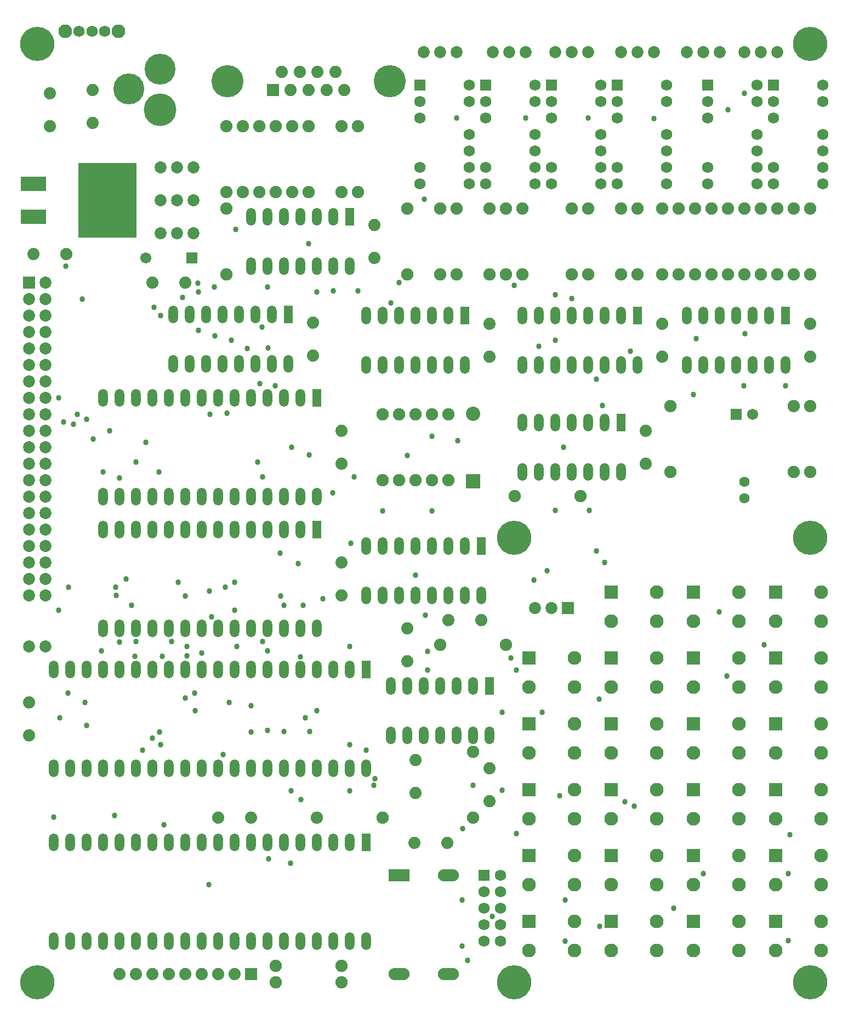
<source format=gts>
%FSLAX24Y24*%
%MOIN*%
G70*
G01*
G75*
G04 Layer_Color=8388736*
%ADD10R,0.1500X0.0800*%
%ADD11R,0.3500X0.4500*%
%ADD12C,0.0080*%
%ADD13C,0.0500*%
%ADD14C,0.0150*%
%ADD15C,0.0100*%
%ADD16O,0.0500X0.1000*%
%ADD17R,0.0500X0.1000*%
%ADD18C,0.0600*%
%ADD19R,0.0600X0.0600*%
%ADD20C,0.0750*%
%ADD21C,0.0660*%
%ADD22R,0.0660X0.0660*%
%ADD23C,0.0669*%
%ADD24C,0.0787*%
%ADD25R,0.0787X0.0787*%
%ADD26R,0.0650X0.0650*%
%ADD27C,0.0650*%
%ADD28R,0.1200X0.0650*%
%ADD29O,0.1200X0.0650*%
%ADD30C,0.1900*%
%ADD31C,0.1800*%
%ADD32R,0.0650X0.0650*%
%ADD33C,0.1874*%
%ADD34R,0.0665X0.0665*%
%ADD35C,0.0665*%
%ADD36R,0.0591X0.0591*%
%ADD37C,0.0591*%
%ADD38R,0.0750X0.0750*%
%ADD39C,0.0550*%
%ADD40C,0.0260*%
%ADD41C,0.2000*%
%ADD42C,0.0500*%
%ADD43C,0.0197*%
%ADD44C,0.0079*%
%ADD45C,0.0050*%
%ADD46C,0.0140*%
%ADD47C,0.0160*%
%ADD48C,0.0070*%
%ADD49C,0.0120*%
%ADD50C,0.0059*%
%ADD51R,0.1102X0.0315*%
%ADD52R,0.0315X0.0748*%
%ADD53R,0.1580X0.0880*%
%ADD54R,0.3580X0.4580*%
%ADD55O,0.0580X0.1080*%
%ADD56R,0.0580X0.1080*%
%ADD57C,0.0680*%
%ADD58R,0.0680X0.0680*%
%ADD59C,0.0830*%
%ADD60C,0.0740*%
%ADD61R,0.0740X0.0740*%
%ADD62C,0.0749*%
%ADD63C,0.0867*%
%ADD64R,0.0867X0.0867*%
%ADD65R,0.0730X0.0730*%
%ADD66C,0.0730*%
%ADD67R,0.1280X0.0730*%
%ADD68O,0.1280X0.0730*%
%ADD69C,0.1980*%
%ADD70C,0.1880*%
%ADD71R,0.0730X0.0730*%
%ADD72C,0.1954*%
%ADD73R,0.0745X0.0745*%
%ADD74C,0.0745*%
%ADD75R,0.0671X0.0671*%
%ADD76C,0.0671*%
%ADD77R,0.0830X0.0830*%
%ADD78C,0.0630*%
%ADD79C,0.0340*%
%ADD80C,0.2080*%
%ADD81C,0.0580*%
D53*
X1250Y50000D02*
D03*
Y48000D02*
D03*
D54*
X5750Y49000D02*
D03*
D55*
X24500Y42000D02*
D03*
X9780Y39090D02*
D03*
X23500Y42000D02*
D03*
X10780Y42090D02*
D03*
X36000Y32500D02*
D03*
X26500Y39000D02*
D03*
X25500Y42000D02*
D03*
X35000Y32500D02*
D03*
X34000D02*
D03*
X19500Y10000D02*
D03*
X2500Y14500D02*
D03*
X3500D02*
D03*
X4500D02*
D03*
X5500D02*
D03*
X6500D02*
D03*
X7500D02*
D03*
X8500D02*
D03*
X9500D02*
D03*
X10500D02*
D03*
X11500D02*
D03*
X12500D02*
D03*
X13500D02*
D03*
X14500D02*
D03*
X15500D02*
D03*
X16500D02*
D03*
X17500D02*
D03*
X18500D02*
D03*
X19500D02*
D03*
X20500D02*
D03*
X21500D02*
D03*
X2500Y20500D02*
D03*
X3500D02*
D03*
X4500D02*
D03*
X5500D02*
D03*
X6500D02*
D03*
X7500D02*
D03*
X8500D02*
D03*
X9500D02*
D03*
X10500D02*
D03*
X11500D02*
D03*
X12500D02*
D03*
X13500D02*
D03*
X14500D02*
D03*
X15500D02*
D03*
X16500D02*
D03*
X17500D02*
D03*
X18500D02*
D03*
X19500D02*
D03*
X20500D02*
D03*
X17500Y37000D02*
D03*
X16500D02*
D03*
X15500D02*
D03*
X14500D02*
D03*
X13500D02*
D03*
X12500D02*
D03*
X11500D02*
D03*
X10500D02*
D03*
X9500D02*
D03*
X8500D02*
D03*
X7500D02*
D03*
X6500D02*
D03*
X5500D02*
D03*
X18500Y31000D02*
D03*
X17500D02*
D03*
X16500D02*
D03*
X15500D02*
D03*
X14500D02*
D03*
X13500D02*
D03*
X12500D02*
D03*
X11500D02*
D03*
X10500D02*
D03*
X9500D02*
D03*
X8500D02*
D03*
X7500D02*
D03*
X6500D02*
D03*
X5500D02*
D03*
X10780Y39090D02*
D03*
X11780D02*
D03*
X12780D02*
D03*
X13780D02*
D03*
X14780D02*
D03*
X15780D02*
D03*
X16780D02*
D03*
X9780Y42090D02*
D03*
X11780D02*
D03*
X12780D02*
D03*
X13780D02*
D03*
X14780D02*
D03*
X15780D02*
D03*
X21500Y39000D02*
D03*
X22500D02*
D03*
X23500D02*
D03*
X24500D02*
D03*
X25500D02*
D03*
X27500D02*
D03*
X21500Y42000D02*
D03*
X22500D02*
D03*
X26500D02*
D03*
X20500Y10000D02*
D03*
X18500D02*
D03*
X17500D02*
D03*
X16500D02*
D03*
X15500D02*
D03*
X14500D02*
D03*
X13500D02*
D03*
X12500D02*
D03*
X11500D02*
D03*
X10500D02*
D03*
X9500D02*
D03*
X8500D02*
D03*
X7500D02*
D03*
X6500D02*
D03*
X5500D02*
D03*
X4500D02*
D03*
X3500D02*
D03*
X2500D02*
D03*
X21500Y4000D02*
D03*
X20500D02*
D03*
X19500D02*
D03*
X18500D02*
D03*
X17500D02*
D03*
X16500D02*
D03*
X15500D02*
D03*
X14500D02*
D03*
X13500D02*
D03*
X12500D02*
D03*
X11500D02*
D03*
X10500D02*
D03*
X9500D02*
D03*
X8500D02*
D03*
X7500D02*
D03*
X6500D02*
D03*
X5500D02*
D03*
X4500D02*
D03*
X3500D02*
D03*
X2500D02*
D03*
X37000Y42000D02*
D03*
X36000D02*
D03*
X34000D02*
D03*
X33000D02*
D03*
X32000D02*
D03*
X31000D02*
D03*
X38000Y39000D02*
D03*
X37000D02*
D03*
X36000D02*
D03*
X35000D02*
D03*
X34000D02*
D03*
X33000D02*
D03*
X32000D02*
D03*
X31000D02*
D03*
X36000Y35500D02*
D03*
X35000D02*
D03*
X34000D02*
D03*
X33000D02*
D03*
X32000D02*
D03*
X31000D02*
D03*
X37000Y32500D02*
D03*
X33000D02*
D03*
X32000D02*
D03*
X31000D02*
D03*
X27500Y28000D02*
D03*
X26500D02*
D03*
X25500D02*
D03*
X24500D02*
D03*
X23500D02*
D03*
X22500D02*
D03*
X21500D02*
D03*
X28500Y25000D02*
D03*
X27500D02*
D03*
X26500D02*
D03*
X25500D02*
D03*
X24500D02*
D03*
X23500D02*
D03*
X22500D02*
D03*
X21500D02*
D03*
X28000Y19500D02*
D03*
X27000D02*
D03*
X26000D02*
D03*
X25000D02*
D03*
X24000D02*
D03*
X23000D02*
D03*
X29000Y16500D02*
D03*
X28000D02*
D03*
X27000D02*
D03*
X26000D02*
D03*
X25000D02*
D03*
X24000D02*
D03*
X23000D02*
D03*
X19500Y48000D02*
D03*
X18500D02*
D03*
X17500D02*
D03*
X16500D02*
D03*
X15500D02*
D03*
X14500D02*
D03*
X20500Y45000D02*
D03*
X19500D02*
D03*
X18500D02*
D03*
X17500D02*
D03*
X16500D02*
D03*
X15500D02*
D03*
X14500D02*
D03*
X46000Y42000D02*
D03*
X45000D02*
D03*
X44000D02*
D03*
X43000D02*
D03*
X42000D02*
D03*
X41000D02*
D03*
X47000Y39000D02*
D03*
X46000D02*
D03*
X45000D02*
D03*
X44000D02*
D03*
X43000D02*
D03*
X42000D02*
D03*
X41000D02*
D03*
X5500Y23000D02*
D03*
X6500D02*
D03*
X7500D02*
D03*
X8500D02*
D03*
X9500D02*
D03*
X10500D02*
D03*
X11500D02*
D03*
X12500D02*
D03*
X13500D02*
D03*
X14500D02*
D03*
X15500D02*
D03*
X16500D02*
D03*
X17500D02*
D03*
X18500D02*
D03*
X5500Y29000D02*
D03*
X6500D02*
D03*
X7500D02*
D03*
X8500D02*
D03*
X9500D02*
D03*
X10500D02*
D03*
X11500D02*
D03*
X12500D02*
D03*
X13500D02*
D03*
X14500D02*
D03*
X15500D02*
D03*
X16500D02*
D03*
X17500D02*
D03*
X35000Y42000D02*
D03*
D56*
X16780Y42090D02*
D03*
X21500Y20500D02*
D03*
X18500Y37000D02*
D03*
X27500Y42000D02*
D03*
X21500Y10000D02*
D03*
X38000Y42000D02*
D03*
X37000Y35500D02*
D03*
X28500Y28000D02*
D03*
X29000Y19500D02*
D03*
X20500Y48000D02*
D03*
X47000Y42000D02*
D03*
X18500Y29000D02*
D03*
D57*
X29650Y8010D02*
D03*
Y7010D02*
D03*
Y6010D02*
D03*
Y5010D02*
D03*
Y4010D02*
D03*
X28650D02*
D03*
Y5010D02*
D03*
Y6010D02*
D03*
Y7010D02*
D03*
X4030Y59280D02*
D03*
X4820D02*
D03*
X5610D02*
D03*
X49250Y50000D02*
D03*
Y51000D02*
D03*
Y52000D02*
D03*
Y53000D02*
D03*
Y55000D02*
D03*
Y56000D02*
D03*
X46250Y50000D02*
D03*
Y51000D02*
D03*
Y54000D02*
D03*
Y55000D02*
D03*
X42250D02*
D03*
Y54000D02*
D03*
Y51000D02*
D03*
Y50000D02*
D03*
X45250Y56000D02*
D03*
Y55000D02*
D03*
Y53000D02*
D03*
Y52000D02*
D03*
Y51000D02*
D03*
Y50000D02*
D03*
X36750Y55000D02*
D03*
Y54000D02*
D03*
Y51000D02*
D03*
Y50000D02*
D03*
X39750Y56000D02*
D03*
Y55000D02*
D03*
Y53000D02*
D03*
Y52000D02*
D03*
Y51000D02*
D03*
Y50000D02*
D03*
X32750Y55000D02*
D03*
Y54000D02*
D03*
Y51000D02*
D03*
Y50000D02*
D03*
X35750Y56000D02*
D03*
Y55000D02*
D03*
Y53000D02*
D03*
Y52000D02*
D03*
Y51000D02*
D03*
Y50000D02*
D03*
X28750Y55000D02*
D03*
Y54000D02*
D03*
Y51000D02*
D03*
Y50000D02*
D03*
X31750Y56000D02*
D03*
Y55000D02*
D03*
Y53000D02*
D03*
Y52000D02*
D03*
Y51000D02*
D03*
Y50000D02*
D03*
X24750Y55000D02*
D03*
Y54000D02*
D03*
Y51000D02*
D03*
Y50000D02*
D03*
X27750Y56000D02*
D03*
Y55000D02*
D03*
Y53000D02*
D03*
Y52000D02*
D03*
Y51000D02*
D03*
Y50000D02*
D03*
D58*
X28650Y8010D02*
D03*
X46250Y56000D02*
D03*
X42250D02*
D03*
X36750D02*
D03*
X32750D02*
D03*
X28750D02*
D03*
X24750D02*
D03*
D59*
X3200Y59280D02*
D03*
X6430D02*
D03*
X41400Y23450D02*
D03*
X44150Y25200D02*
D03*
Y23450D02*
D03*
X34150Y3450D02*
D03*
Y5200D02*
D03*
X31400Y3450D02*
D03*
X36400D02*
D03*
X39150Y5200D02*
D03*
Y3450D02*
D03*
X44150D02*
D03*
Y5200D02*
D03*
X41400Y3450D02*
D03*
X46400D02*
D03*
X49150Y5200D02*
D03*
Y3450D02*
D03*
X34150Y7450D02*
D03*
Y9200D02*
D03*
X31400Y7450D02*
D03*
X36400D02*
D03*
X39150Y9200D02*
D03*
Y7450D02*
D03*
X44150D02*
D03*
Y9200D02*
D03*
X41400Y7450D02*
D03*
X46400Y23450D02*
D03*
X49150Y25200D02*
D03*
Y23450D02*
D03*
Y7450D02*
D03*
Y9200D02*
D03*
X46400Y7450D02*
D03*
X31400Y11450D02*
D03*
X34150Y13200D02*
D03*
Y11450D02*
D03*
X39150D02*
D03*
Y13200D02*
D03*
X36400Y11450D02*
D03*
X41400D02*
D03*
X44150Y13200D02*
D03*
Y11450D02*
D03*
X49150D02*
D03*
Y13200D02*
D03*
X46400Y11450D02*
D03*
X31400Y15450D02*
D03*
X34150Y17200D02*
D03*
Y15450D02*
D03*
X39150D02*
D03*
Y17200D02*
D03*
X36400Y15450D02*
D03*
X41400D02*
D03*
X44150Y17200D02*
D03*
Y15450D02*
D03*
X49150D02*
D03*
Y17200D02*
D03*
X46400Y15450D02*
D03*
X31400Y19450D02*
D03*
X34150Y21200D02*
D03*
Y19450D02*
D03*
X39150D02*
D03*
Y21200D02*
D03*
X36400Y19450D02*
D03*
X46400D02*
D03*
X49150Y21200D02*
D03*
Y19450D02*
D03*
X39150Y23450D02*
D03*
Y25200D02*
D03*
X36400Y23450D02*
D03*
X41400Y19450D02*
D03*
X44150Y21200D02*
D03*
Y19450D02*
D03*
D60*
X4850Y53700D02*
D03*
Y55700D02*
D03*
X6500Y2000D02*
D03*
X7500D02*
D03*
X8500D02*
D03*
X9500D02*
D03*
X10500D02*
D03*
X11500D02*
D03*
X12500D02*
D03*
X13500D02*
D03*
X3250Y45750D02*
D03*
X1250D02*
D03*
X12500Y11500D02*
D03*
X14500D02*
D03*
X1000Y18500D02*
D03*
Y16500D02*
D03*
X20000Y27000D02*
D03*
Y25000D02*
D03*
Y35000D02*
D03*
Y33000D02*
D03*
X29000Y41500D02*
D03*
Y39500D02*
D03*
X38500Y33000D02*
D03*
Y35000D02*
D03*
X39500Y41500D02*
D03*
Y39500D02*
D03*
X48500D02*
D03*
Y41500D02*
D03*
X18280Y41590D02*
D03*
Y39590D02*
D03*
X29000Y14500D02*
D03*
Y12500D02*
D03*
X26500Y23500D02*
D03*
X28500D02*
D03*
X26420Y9970D02*
D03*
X24420D02*
D03*
X22000Y47500D02*
D03*
Y45500D02*
D03*
X24000Y23000D02*
D03*
Y21000D02*
D03*
X24500Y15000D02*
D03*
Y13000D02*
D03*
X8500Y44000D02*
D03*
X10500D02*
D03*
X2250Y55500D02*
D03*
Y53500D02*
D03*
D61*
X14500Y2000D02*
D03*
D62*
X28000Y11500D02*
D03*
X40000Y36500D02*
D03*
Y32500D02*
D03*
X18000Y53500D02*
D03*
Y49500D02*
D03*
X16000Y1500D02*
D03*
X20000D02*
D03*
X18500Y11500D02*
D03*
X22500D02*
D03*
X16000Y2500D02*
D03*
X20000D02*
D03*
X28000Y15500D02*
D03*
X30540Y31030D02*
D03*
X34540D02*
D03*
X27000Y44500D02*
D03*
Y48500D02*
D03*
X26000D02*
D03*
Y44500D02*
D03*
X30000D02*
D03*
Y48500D02*
D03*
X29000D02*
D03*
Y44500D02*
D03*
X35000D02*
D03*
Y48500D02*
D03*
X34000D02*
D03*
Y44500D02*
D03*
X38000D02*
D03*
Y48500D02*
D03*
X37000D02*
D03*
Y44500D02*
D03*
X41500D02*
D03*
Y48500D02*
D03*
X40500D02*
D03*
Y44500D02*
D03*
X46500D02*
D03*
Y48500D02*
D03*
X45500D02*
D03*
Y44500D02*
D03*
X24500Y36000D02*
D03*
Y32000D02*
D03*
X22500D02*
D03*
Y36000D02*
D03*
X25500D02*
D03*
Y32000D02*
D03*
X23500Y36000D02*
D03*
Y32000D02*
D03*
X48500Y48500D02*
D03*
Y44500D02*
D03*
X44500D02*
D03*
Y48500D02*
D03*
X42500D02*
D03*
Y44500D02*
D03*
X31000D02*
D03*
Y48500D02*
D03*
X39500D02*
D03*
Y44500D02*
D03*
X43500D02*
D03*
Y48500D02*
D03*
X47500D02*
D03*
Y44500D02*
D03*
X24000D02*
D03*
Y48500D02*
D03*
X26000Y22000D02*
D03*
X30000D02*
D03*
X48500Y32500D02*
D03*
Y36500D02*
D03*
X16000Y49500D02*
D03*
Y53500D02*
D03*
X26500Y32000D02*
D03*
Y36000D02*
D03*
X15000Y53500D02*
D03*
Y49500D02*
D03*
X17000D02*
D03*
Y53500D02*
D03*
X21000D02*
D03*
Y49500D02*
D03*
X13000Y48500D02*
D03*
Y44500D02*
D03*
X14000Y49500D02*
D03*
Y53500D02*
D03*
X20000Y49500D02*
D03*
Y53500D02*
D03*
X13000Y49500D02*
D03*
Y53500D02*
D03*
X47500Y36500D02*
D03*
Y32500D02*
D03*
D63*
X28000Y36059D02*
D03*
D64*
Y31941D02*
D03*
D65*
X1000Y44000D02*
D03*
D66*
Y43000D02*
D03*
Y42000D02*
D03*
Y41000D02*
D03*
Y40000D02*
D03*
Y39000D02*
D03*
Y38000D02*
D03*
Y37000D02*
D03*
Y36000D02*
D03*
Y35000D02*
D03*
Y34000D02*
D03*
Y33000D02*
D03*
Y32000D02*
D03*
Y31000D02*
D03*
Y30000D02*
D03*
Y29000D02*
D03*
Y28000D02*
D03*
Y27000D02*
D03*
Y26000D02*
D03*
Y25000D02*
D03*
X2000Y44000D02*
D03*
Y43000D02*
D03*
Y42000D02*
D03*
Y41000D02*
D03*
Y40000D02*
D03*
Y39000D02*
D03*
Y38000D02*
D03*
Y37000D02*
D03*
Y36000D02*
D03*
Y35000D02*
D03*
Y34000D02*
D03*
Y33000D02*
D03*
Y32000D02*
D03*
Y31000D02*
D03*
Y30000D02*
D03*
Y29000D02*
D03*
Y28000D02*
D03*
Y27000D02*
D03*
Y26000D02*
D03*
Y25000D02*
D03*
Y21900D02*
D03*
X1000D02*
D03*
X25000Y58000D02*
D03*
X26000D02*
D03*
X27000D02*
D03*
X29200D02*
D03*
X30200D02*
D03*
X31200D02*
D03*
X33000D02*
D03*
X34000D02*
D03*
X35000D02*
D03*
X37000D02*
D03*
X38000D02*
D03*
X39000D02*
D03*
X41000D02*
D03*
X42000D02*
D03*
X43000D02*
D03*
X44500D02*
D03*
X45500D02*
D03*
X46500D02*
D03*
X9000Y51000D02*
D03*
X10000D02*
D03*
X11000D02*
D03*
X9000Y49000D02*
D03*
X10000D02*
D03*
X11000D02*
D03*
X9000Y47000D02*
D03*
X10000D02*
D03*
X11000D02*
D03*
X31750Y24250D02*
D03*
X32750D02*
D03*
D67*
X23510Y8000D02*
D03*
D68*
Y2000D02*
D03*
X26510Y8000D02*
D03*
Y2000D02*
D03*
D69*
X8950Y54528D02*
D03*
D70*
X7060Y55787D02*
D03*
X8950Y56968D02*
D03*
D71*
X33750Y24250D02*
D03*
D72*
X22919Y56260D02*
D03*
X13081D02*
D03*
D73*
X15819Y55701D02*
D03*
D74*
X16364Y56819D02*
D03*
X16909Y55701D02*
D03*
X17455Y56819D02*
D03*
X18000Y55701D02*
D03*
X18545Y56819D02*
D03*
X19091Y55701D02*
D03*
X19636Y56819D02*
D03*
X20181Y55701D02*
D03*
D75*
X10898Y45500D02*
D03*
X44000Y36000D02*
D03*
D76*
X8102Y45500D02*
D03*
X45000Y36000D02*
D03*
D77*
X41400Y25200D02*
D03*
X31400Y5200D02*
D03*
X36400D02*
D03*
X41400D02*
D03*
X46400D02*
D03*
X31400Y9200D02*
D03*
X36400D02*
D03*
X41400D02*
D03*
X46400Y25200D02*
D03*
Y9200D02*
D03*
X31400Y13200D02*
D03*
X36400D02*
D03*
X41400D02*
D03*
X46400D02*
D03*
X31400Y17200D02*
D03*
X36400D02*
D03*
X41400D02*
D03*
X46400D02*
D03*
X31400Y21200D02*
D03*
X36400D02*
D03*
X46400D02*
D03*
X36400Y25200D02*
D03*
X41400Y21200D02*
D03*
D78*
X44500Y31900D02*
D03*
Y30900D02*
D03*
D79*
X21000Y43500D02*
D03*
X19500D02*
D03*
X10320Y43120D02*
D03*
X11280Y43980D02*
D03*
X27320Y6520D02*
D03*
X32500Y26500D02*
D03*
X13040Y36090D02*
D03*
X20780Y32200D02*
D03*
X17680Y24420D02*
D03*
X11970Y25290D02*
D03*
X25090Y23800D02*
D03*
X25500Y30140D02*
D03*
X8090Y34310D02*
D03*
X24500Y26230D02*
D03*
X31690Y25930D02*
D03*
X30640Y10550D02*
D03*
X2500Y11550D02*
D03*
X37580Y39850D02*
D03*
X37800Y12200D02*
D03*
X35060Y30180D02*
D03*
X33000D02*
D03*
X33250Y12850D02*
D03*
X37240Y12470D02*
D03*
X15500Y16800D02*
D03*
X4490Y17120D02*
D03*
X18850Y24810D02*
D03*
X20560Y28170D02*
D03*
X27080Y34400D02*
D03*
X4500Y35720D02*
D03*
X33500Y34010D02*
D03*
X3700Y35420D02*
D03*
X23000Y42780D02*
D03*
X23990Y33520D02*
D03*
X35500Y27700D02*
D03*
X25500Y34690D02*
D03*
X41400Y37200D02*
D03*
X19480Y31250D02*
D03*
X18000Y46390D02*
D03*
X25030Y49090D02*
D03*
X35510Y38150D02*
D03*
X36000Y27010D02*
D03*
X29750Y17910D02*
D03*
X32200D02*
D03*
X30630Y20480D02*
D03*
X47000Y37740D02*
D03*
X42950Y24000D02*
D03*
X42000Y8100D02*
D03*
X44520Y40910D02*
D03*
X33000Y40510D02*
D03*
X41580Y40610D02*
D03*
X32000Y40140D02*
D03*
X30510Y43850D02*
D03*
X33000Y43290D02*
D03*
X34010Y43030D02*
D03*
X13550Y47240D02*
D03*
X15500Y43740D02*
D03*
X12280D02*
D03*
X18500Y43450D02*
D03*
X11290D02*
D03*
X15170Y41300D02*
D03*
X15970Y37740D02*
D03*
X6500Y32160D02*
D03*
X5500Y32510D02*
D03*
X7510Y33100D02*
D03*
X8900Y32520D02*
D03*
X18020Y33560D02*
D03*
X16950Y34000D02*
D03*
X15520Y40030D02*
D03*
X14260Y40000D02*
D03*
X13300Y40500D02*
D03*
X12300Y40770D02*
D03*
X11300Y41100D02*
D03*
X9000Y42000D02*
D03*
X8600Y42500D02*
D03*
X6210Y11650D02*
D03*
X6500Y22190D02*
D03*
X10590Y21900D02*
D03*
X7430Y21300D02*
D03*
X9100D02*
D03*
X18500Y18000D02*
D03*
X11100D02*
D03*
X10080Y25810D02*
D03*
X20500Y15960D02*
D03*
X9000D02*
D03*
X21500Y15600D02*
D03*
X7900D02*
D03*
X7500Y22200D02*
D03*
X16510Y24410D02*
D03*
X7230D02*
D03*
X15500Y21630D02*
D03*
X5400D02*
D03*
X13500Y24120D02*
D03*
X2810Y24110D02*
D03*
X6300Y25000D02*
D03*
X5900Y35000D02*
D03*
X4900Y34500D02*
D03*
X13150Y18500D02*
D03*
X4400D02*
D03*
X11050Y19090D02*
D03*
X3370Y19080D02*
D03*
X15030Y37890D02*
D03*
X12100Y23720D02*
D03*
X16260Y27590D02*
D03*
X17360Y26940D02*
D03*
X6910Y26000D02*
D03*
X3240Y45000D02*
D03*
X930Y26000D02*
D03*
X11990Y36000D02*
D03*
X17800Y17570D02*
D03*
X2870D02*
D03*
X13500Y25810D02*
D03*
X12930Y25500D02*
D03*
X6250D02*
D03*
X8920Y16710D02*
D03*
X14510D02*
D03*
X45710Y22000D02*
D03*
X47160Y4060D02*
D03*
X47170Y8100D02*
D03*
X47280Y10480D02*
D03*
X35660Y18710D02*
D03*
X43430Y20120D02*
D03*
X8500Y16330D02*
D03*
X9190Y11090D02*
D03*
X10500Y18790D02*
D03*
X11500Y21520D02*
D03*
X11940Y7460D02*
D03*
X12800Y15330D02*
D03*
X28000Y13470D02*
D03*
X9680Y22200D02*
D03*
X15210D02*
D03*
X16290Y24980D02*
D03*
X10500D02*
D03*
X22500Y30140D02*
D03*
X13620Y21910D02*
D03*
X20500D02*
D03*
X16500Y16740D02*
D03*
X18080D02*
D03*
X17540Y12610D02*
D03*
X16930Y13130D02*
D03*
X20500D02*
D03*
X43500Y54510D02*
D03*
X44500Y55500D02*
D03*
X39010Y53990D02*
D03*
X27000Y54000D02*
D03*
X35000D02*
D03*
X31200D02*
D03*
X14500Y18320D02*
D03*
X15200Y32200D02*
D03*
X29750Y13180D02*
D03*
X22020Y13870D02*
D03*
X21980Y13470D02*
D03*
X4240Y43000D02*
D03*
X3940Y36000D02*
D03*
X2810Y37000D02*
D03*
X3090Y35540D02*
D03*
X3390Y25500D02*
D03*
X23500Y44010D02*
D03*
X44470Y37740D02*
D03*
X14910Y33100D02*
D03*
X15550Y9020D02*
D03*
X16910Y8760D02*
D03*
X17500Y21290D02*
D03*
X10600Y21360D02*
D03*
X25240Y21610D02*
D03*
Y20480D02*
D03*
X35860Y36530D02*
D03*
X35700Y4900D02*
D03*
X33600Y4000D02*
D03*
Y6500D02*
D03*
X27670Y2840D02*
D03*
X40200Y6000D02*
D03*
X27320Y3720D02*
D03*
X27350Y10830D02*
D03*
X29170Y5510D02*
D03*
X30300Y21200D02*
D03*
D80*
X1500Y58500D02*
D03*
X48500D02*
D03*
Y28500D02*
D03*
X30500D02*
D03*
Y1500D02*
D03*
X48500D02*
D03*
X1500D02*
D03*
D81*
X6500Y47500D02*
D03*
X5500D02*
D03*
X4500D02*
D03*
X6500Y48500D02*
D03*
X5500D02*
D03*
X4500D02*
D03*
X6500Y49500D02*
D03*
X5500D02*
D03*
X4500D02*
D03*
X6500Y50500D02*
D03*
X5500D02*
D03*
X4500D02*
D03*
M02*

</source>
